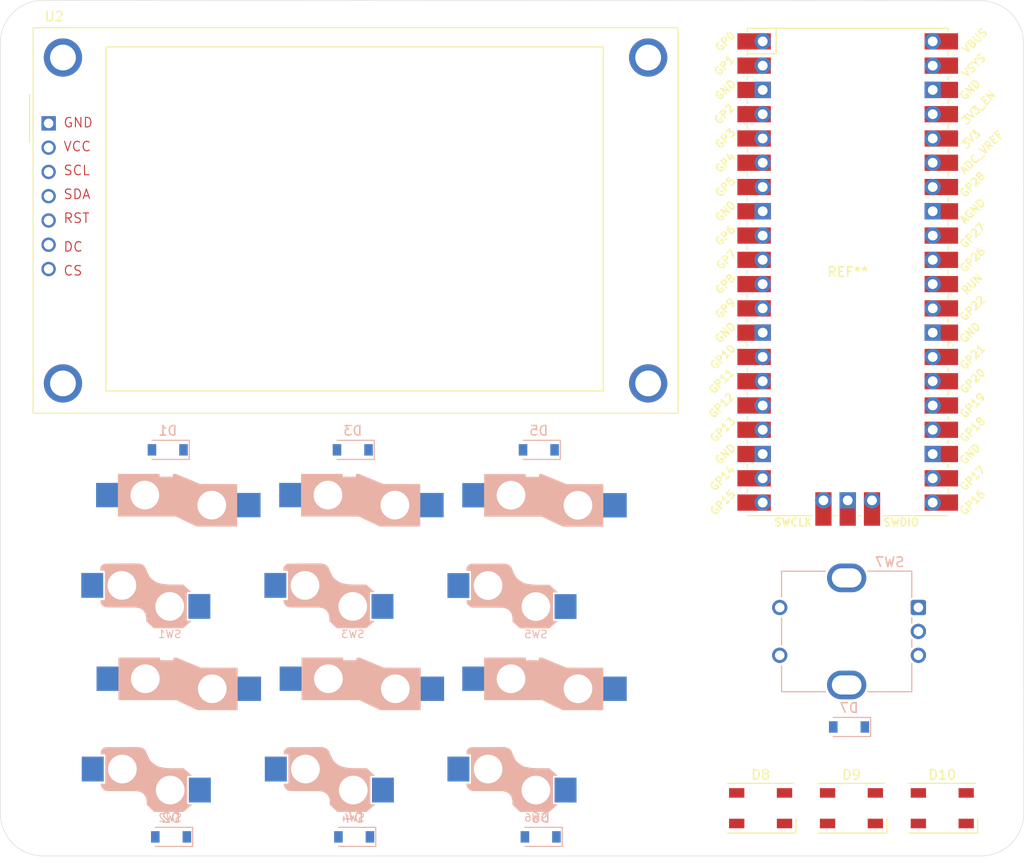
<source format=kicad_pcb>
(kicad_pcb (version 20240108) (generator "pcbnew") (generator_version "8.0")
  (layers (0 "F.Cu" signal) (31 "B.Cu" signal) (34 "B.Paste" user) (35 "F.Paste" user) (36 "B.SilkS" user "B.Silkscreen") (37 "F.SilkS" user "F.Silkscreen") (38 "B.Mask" user) (39 "F.Mask" user) (44 "Edge.Cuts" user))
  (net 0 "")
  (net 1 "Cal0")
  (net 2 "Net-(D1-A)")
  (net 3 "Net-(D2-A)")
  (net 4 "Net-(D3-A)")
  (net 5 "Net-(D4-A)")
  (net 6 "Cal1")
  (net 7 "Net-(D5-A)")
  (net 8 "Net-(D6-A)")
  (net 9 "Row0")
  (net 10 "Row1")
  (net 11 "Row2")
  (net 12 "Row3")
  (net 13 "Net-(D7-A)")
  (net 14 "RE_B")
  (net 15 "GND")
  (net 16 "RE_A")
  (net 17 "DC")
  (net 18 "RST")
  (net 19 "SCL")
  (net 20 "3V3 Out")
  (net 21 "SDA")
  (net 22 "Net-(D8-A)")
  (net 23 "Net-(D9-A)")
  (net 24 "Net-(D10-A)")
  (footprint "kbd:LED_WS2812B-PLCC4" (layer "F.Cu") (at 186 108)
    (property "Reference" "D10" (at 0 -3.5 0) (layer "F.SilkS"))
    (property "Value" "LED")
    (fp_line (start -3.5 -2.6) (end 3.5 -2.6) (stroke (width 0.12)) (layer "F.SilkS"))
    (fp_line (start -3.5 2.6) (end 3.7 2.6) (stroke (width 0.12)) (layer "F.SilkS"))
    (fp_line (start 3.7 2.6) (end 3.7 1.107491) (stroke (width 0.12)) (layer "F.SilkS"))
    (pad "1" smd rect (at -2.5 -1.6) (size 1.6 1) (layers "F.Cu" "F.Paste" "F.Mask") (net 15 "GND"))
    (pad "2" smd rect (at -2.5 1.6) (size 1.6 1) (layers "F.Cu" "F.Paste" "F.Mask") (net 24 "Net-(D10-A)"))
    (pad "3" smd rect (at 2.5 1.6) (size 1.6 1) (layers "F.Cu" "F.Paste" "F.Mask"))
    (pad "4" smd rect (at 2.5 -1.6) (size 1.6 1) (layers "F.Cu" "F.Paste" "F.Mask"))
  )
  (footprint "KiCAD_RP_Pico:RPi_Pico_SMD_TH" (layer "F.Cu") (at 176.11 51.89)
    (property "Reference" "REF**" (at 0 0 0) (layer "F.SilkS"))
    (property "Value" "RPi_Pico_SMD_TH")
    (fp_line (start -10.5 -25.5) (end -10.5 -25.2) (stroke (width 0.12)) (layer "F.SilkS"))
    (fp_line (start -10.5 -25.5) (end 10.5 -25.5) (stroke (width 0.12)) (layer "F.SilkS"))
    (fp_line (start -10.5 -23.1) (end -10.5 -22.7) (stroke (width 0.12)) (layer "F.SilkS"))
    (fp_line (start -10.5 -22.833) (end -7.493 -22.833) (stroke (width 0.12)) (layer "F.SilkS"))
    (fp_line (start -10.5 -20.5) (end -10.5 -20.1) (stroke (width 0.12)) (layer "F.SilkS"))
    (fp_line (start -10.5 -18) (end -10.5 -17.6) (stroke (width 0.12)) (layer "F.SilkS"))
    (fp_line (start -10.5 -15.4) (end -10.5 -15) (stroke (width 0.12)) (layer "F.SilkS"))
    (fp_line (start -10.5 -12.9) (end -10.5 -12.5) (stroke (width 0.12)) (layer "F.SilkS"))
    (fp_line (start -10.5 -10.4) (end -10.5 -10) (stroke (width 0.12)) (layer "F.SilkS"))
    (fp_line (start -10.5 -7.8) (end -10.5 -7.4) (stroke (width 0.12)) (layer "F.SilkS"))
    (fp_line (start -10.5 -5.3) (end -10.5 -4.9) (stroke (width 0.12)) (layer "F.SilkS"))
    (fp_line (start -10.5 -2.7) (end -10.5 -2.3) (stroke (width 0.12)) (layer "F.SilkS"))
    (fp_line (start -10.5 -0.2) (end -10.5 0.2) (stroke (width 0.12)) (layer "F.SilkS"))
    (fp_line (start -10.5 2.3) (end -10.5 2.7) (stroke (width 0.12)) (layer "F.SilkS"))
    (fp_line (start -10.5 4.9) (end -10.5 5.3) (stroke (width 0.12)) (layer "F.SilkS"))
    (fp_line (start -10.5 7.4) (end -10.5 7.8) (stroke (width 0.12)) (layer "F.SilkS"))
    (fp_line (start -10.5 10) (end -10.5 10.4) (stroke (width 0.12)) (layer "F.SilkS"))
    (fp_line (start -10.5 12.5) (end -10.5 12.9) (stroke (width 0.12)) (layer "F.SilkS"))
    (fp_line (start -10.5 15.1) (end -10.5 15.5) (stroke (width 0.12)) (layer "F.SilkS"))
    (fp_line (start -10.5 17.6) (end -10.5 18) (stroke (width 0.12)) (layer "F.SilkS"))
    (fp_line (start -10.5 20.1) (end -10.5 20.5) (stroke (width 0.12)) (layer "F.SilkS"))
    (fp_line (start -10.5 22.7) (end -10.5 23.1) (stroke (width 0.12)) (layer "F.SilkS"))
    (fp_line (start -7.493 -22.833) (end -7.493 -25.5) (stroke (width 0.12)) (layer "F.SilkS"))
    (fp_line (start -3.7 25.5) (end -10.5 25.5) (stroke (width 0.12)) (layer "F.SilkS"))
    (fp_line (start -1.5 25.5) (end -1.1 25.5) (stroke (width 0.12)) (layer "F.SilkS"))
    (fp_line (start 1.1 25.5) (end 1.5 25.5) (stroke (width 0.12)) (layer "F.SilkS"))
    (fp_line (start 10.5 -25.5) (end 10.5 -25.2) (stroke (width 0.12)) (layer "F.SilkS"))
    (fp_line (start 10.5 -23.1) (end 10.5 -22.7) (stroke (width 0.12)) (layer "F.SilkS"))
    (fp_line (start 10.5 -20.5) (end 10.5 -20.1) (stroke (width 0.12)) (layer "F.SilkS"))
    (fp_line (start 10.5 -18) (end 10.5 -17.6) (stroke (width 0.12)) (layer "F.SilkS"))
    (fp_line (start 10.5 -15.4) (end 10.5 -15) (stroke (width 0.12)) (layer "F.SilkS"))
    (fp_line (start 10.5 -12.9) (end 10.5 -12.5) (stroke (width 0.12)) (layer "F.SilkS"))
    (fp_line (start 10.5 -10.4) (end 10.5 -10) (stroke (width 0.12)) (layer "F.SilkS"))
    (fp_line (start 10.5 -7.8) (end 10.5 -7.4) (stroke (width 0.12)) (layer "F.SilkS"))
    (fp_line (start 10.5 -5.3) (end 10.5 -4.9) (stroke (width 0.12)) (layer "F.SilkS"))
    (fp_line (start 10.5 -2.7) (end 10.5 -2.3) (stroke (width 0.12)) (layer "F.SilkS"))
    (fp_line (start 10.5 -0.2) (end 10.5 0.2) (stroke (width 0.12)) (layer "F.SilkS"))
    (fp_line (start 10.5 2.3) (end 10.5 2.7) (stroke (width 0.12)) (layer "F.SilkS"))
    (fp_line (start 10.5 4.9) (end 10.5 5.3) (stroke (width 0.12)) (layer "F.SilkS"))
    (fp_line (start 10.5 7.4) (end 10.5 7.8) (stroke (width 0.12)) (layer "F.SilkS"))
    (fp_line (start 10.5 10) (end 10.5 10.4) (stroke (width 0.12)) (layer "F.SilkS"))
    (fp_line (start 10.5 12.5) (end 10.5 12.9) (stroke (width 0.12)) (layer "F.SilkS"))
    (fp_line (start 10.5 15.1) (end 10.5 15.5) (stroke (width 0.12)) (layer "F.SilkS"))
    (fp_line (start 10.5 17.6) (end 10.5 18) (stroke (width 0.12)) (layer "F.SilkS"))
    (fp_line (start 10.5 20.1) (end 10.5 20.5) (stroke (width 0.12)) (layer "F.SilkS"))
    (fp_line (start 10.5 22.7) (end 10.5 23.1) (stroke (width 0.12)) (layer "F.SilkS"))
    (fp_line (start 10.5 25.5) (end 3.7 25.5) (stroke (width 0.12)) (layer "F.SilkS"))
    (fp_text user "GP5" (at -12.8 -8.89 45) (layer "F.SilkS") (effects (font (size 0.8 0.8))))
    (fp_text user "GP26" (at 13.054 -1.27 45) (layer "F.SilkS") (effects (font (size 0.8 0.8))))
    (fp_text user "GND" (at -12.8 -19.05 45) (layer "F.SilkS") (effects (font (size 0.8 0.8))))
    (fp_text user "GP7" (at -12.7 -1.3 45) (layer "F.SilkS") (effects (font (size 0.8 0.8))))
    (fp_text user "GP18" (at 13.054 16.51 45) (layer "F.SilkS") (effects (font (size 0.8 0.8))))
    (fp_text user "3V3_EN" (at 13.7 -17.2 45) (layer "F.SilkS") (effects (font (size 0.8 0.8))))
    (fp_text user "GP13" (at -13.054 16.51 45) (layer "F.SilkS") (effects (font (size 0.8 0.8))))
    (fp_text user "GP9" (at -12.8 3.81 45) (layer "F.SilkS") (effects (font (size 0.8 0.8))))
    (fp_text user "GP21" (at 13.054 8.9 45) (layer "F.SilkS") (effects (font (size 0.8 0.8))))
    (fp_text user "VBUS" (at 13.3 -24.2 45) (layer "F.SilkS") (effects (font (size 0.8 0.8))))
    (fp_text user "SWCLK" (at -5.7 26.2 0) (layer "F.SilkS") (effects (font (size 0.8 0.8))))
    (fp_text user "GND" (at 12.8 6.35 45) (layer "F.SilkS") (effects (font (size 0.8 0.8))))
    (fp_text user "GP17" (at 13.054 21.59 45) (layer "F.SilkS") (effects (font (size 0.8 0.8))))
    (fp_text user "3V3" (at 12.9 -13.9 45) (layer "F.SilkS") (effects (font (size 0.8 0.8))))
    (fp_text user "GP6" (at -12.8 -3.81 45) (layer "F.SilkS") (effects (font (size 0.8 0.8))))
    (fp_text user "GP12" (at -13.2 13.97 45) (layer "F.SilkS") (effects (font (size 0.8 0.8))))
    (fp_text user "GP20" (at 13.054 11.43 45) (layer "F.SilkS") (effects (font (size 0.8 0.8))))
    (fp_text user "GP22" (at 13.054 3.81 45) (layer "F.SilkS") (effects (font (size 0.8 0.8))))
    (fp_text user "GP28" (at 13.054 -9.144 45) (layer "F.SilkS") (effects (font (size 0.8 0.8))))
    (fp_text user "GP27" (at 13.054 -3.8 45) (layer "F.SilkS") (effects (font (size 0.8 0.8))))
    (fp_text user "ADC_VREF" (at 14 -12.5 45) (layer "F.SilkS") (effects (font (size 0.8 0.8))))
    (fp_text user "GP11" (at -13.2 11.43 45) (layer "F.SilkS") (effects (font (size 0.8 0.8))))
    (fp_text user "GP1" (at -12.9 -21.6 45) (layer "F.SilkS") (effects (font (size 0.8 0.8))))
    (fp_text user "GND" (at -12.8 6.35 45) (layer "F.SilkS") (effects (font (size 0.8 0.8))))
    (fp_text user "GP2" (at -12.9 -16.51 45) (layer "F.SilkS") (effects (font (size 0.8 0.8))))
    (fp_text user "AGND" (at 13.054 -6.35 45) (layer "F.SilkS") (effects (font (size 0.8 0.8))))
    (fp_text user "GP14" (at -13.1 21.59 45) (layer "F.SilkS") (effects (font (size 0.8 0.8))))
    (fp_text user "GP10" (at -13.054 8.89 45) (layer "F.SilkS") (effects (font (size 0.8 0.8))))
    (fp_text user "GND" (at 12.8 -19.05 45) (layer "F.SilkS") (effects (font (size 0.8 0.8))))
    (fp_text user "GP4" (at -12.8 -11.43 45) (layer "F.SilkS") (effects (font (size 0.8 0.8))))
    (fp_text user "GP8" (at -12.8 1.27 45) (layer "F.SilkS") (effects (font (size 0.8 0.8))))
    (fp_text user "GP15" (at -13.054 24.13 45) (layer "F.SilkS") (effects (font (size 0.8 0.8))))
    (fp_text user "SWDIO" (at 5.6 26.2 0) (layer "F.SilkS") (effects (font (size 0.8 0.8))))
    (fp_text user "GND" (at -12.8 19.05 45) (layer "F.SilkS") (effects (font (size 0.8 0.8))))
    (fp_text user "GP19" (at 13.054 13.97 45) (layer "F.SilkS") (effects (font (size 0.8 0.8))))
    (fp_text user "VSYS" (at 13.2 -21.59 45) (layer "F.SilkS") (effects (font (size 0.8 0.8))))
    (fp_text user "GP16" (at 13.054 24.13 45) (layer "F.SilkS") (effects (font (size 0.8 0.8))))
    (fp_text user "GP3" (at -12.8 -13.97 45) (layer "F.SilkS") (effects (font (size 0.8 0.8))))
    (fp_text user "RUN" (at 13 1.27 45) (layer "F.SilkS") (effects (font (size 0.8 0.8))))
    (fp_text user "GP0" (at -12.8 -24.13 45) (layer "F.SilkS") (effects (font (size 0.8 0.8))))
    (fp_text user "GND" (at 12.8 19.05 45) (layer "F.SilkS") (effects (font (size 0.8 0.8))))
    (fp_text user "GND" (at -12.8 -6.35 45) (layer "F.SilkS") (effects (font (size 0.8 0.8))))
    (pad "" np_thru_hole oval (at -2.725 -24) (size 1.8 1.8) (drill 1.8) (layers "*.Cu" "*.Mask"))
    (pad "" np_thru_hole oval (at -2.425 -20.97) (size 1.5 1.5) (drill 1.5) (layers "*.Cu" "*.Mask"))
    (pad "" np_thru_hole oval (at 2.425 -20.97) (size 1.5 1.5) (drill 1.5) (layers "*.Cu" "*.Mask"))
    (pad "" np_thru_hole oval (at 2.725 -24) (size 1.8 1.8) (drill 1.8) (layers "*.Cu" "*.Mask"))
    (pad "1" thru_hole oval (at -8.89 -24.13) (size 1.7 1.7) (drill 1.02) (layers "*.Cu" "*.Mask"))
    (pad "1" smd rect (at -8.89 -24.13) (size 3.5 1.7) (drill (offset -0.9 0)) (layers "F.Cu" "F.Mask"))
    (pad "2" thru_hole oval (at -8.89 -21.59) (size 1.7 1.7) (drill 1.02) (layers "*.Cu" "*.Mask"))
    (pad "2" smd rect (at -8.89 -21.59) (size 3.5 1.7) (drill (offset -0.9 0)) (layers "F.Cu" "F.Mask"))
    (pad "3" thru_hole rect (at -8.89 -19.05) (size 1.7 1.7) (drill 1.02) (layers "*.Cu" "*.Mask"))
    (pad "3" smd rect (at -8.89 -19.05) (size 3.5 1.7) (drill (offset -0.9 0)) (layers "F.Cu" "F.Mask"))
    (pad "4" thru_hole oval (at -8.89 -16.51) (size 1.7 1.7) (drill 1.02) (layers "*.Cu" "*.Mask"))
    (pad "4" smd rect (at -8.89 -16.51) (size 3.5 1.7) (drill (offset -0.9 0)) (layers "F.Cu" "F.Mask"))
    (pad "5" thru_hole oval (at -8.89 -13.97) (size 1.7 1.7) (drill 1.02) (layers "*.Cu" "*.Mask"))
    (pad "5" smd rect (at -8.89 -13.97) (size 3.5 1.7) (drill (offset -0.9 0)) (layers "F.Cu" "F.Mask"))
    (pad "6" thru_hole oval (at -8.89 -11.43) (size 1.7 1.7) (drill 1.02) (layers "*.Cu" "*.Mask"))
    (pad "6" smd rect (at -8.89 -11.43) (size 3.5 1.7) (drill (offset -0.9 0)) (layers "F.Cu" "F.Mask"))
    (pad "7" thru_hole oval (at -8.89 -8.89) (size 1.7 1.7) (drill 1.02) (layers "*.Cu" "*.Mask"))
    (pad "7" smd rect (at -8.89 -8.89) (size 3.5 1.7) (drill (offset -0.9 0)) (layers "F.Cu" "F.Mask"))
    (pad "8" thru_hole rect (at -8.89 -6.35) (size 1.7 1.7) (drill 1.02) (layers "*.Cu" "*.Mask"))
    (pad "8" smd rect (at -8.89 -6.35) (size 3.5 1.7) (drill (offset -0.9 0)) (layers "F.Cu" "F.Mask"))
    (pad "9" thru_hole oval (at -8.89 -3.81) (size 1.7 1.7) (drill 1.02) (layers "*.Cu" "*.Mask"))
    (pad "9" smd rect (at -8.89 -3.81) (size 3.5 1.7) (drill (offset -0.9 0)) (layers "F.Cu" "F.Mask"))
    (pad "10" thru_hole oval (at -8.89 -1.27) (size 1.7 1.7) (drill 1.02) (layers "*.Cu" "*.Mask"))
    (pad "10" smd rect (at -8.89 -1.27) (size 3.5 1.7) (drill (offset -0.9 0)) (layers "F.Cu" "F.Mask"))
    (pad "11" thru_hole oval (at -8.89 1.27) (size 1.7 1.7) (drill 1.02) (layers "*.Cu" "*.Mask"))
    (pad "11" smd rect (at -8.89 1.27) (size 3.5 1.7) (drill (offset -0.9 0)) (layers "F.Cu" "F.Mask"))
    (pad "12" thru_hole oval (at -8.89 3.81) (size 1.7 1.7) (drill 1.02) (layers "*.Cu" "*.Mask"))
    (pad "12" smd rect (at -8.89 3.81) (size 3.5 1.7) (drill (offset -0.9 0)) (layers "F.Cu" "F.Mask"))
    (pad "13" thru_hole rect (at -8.89 6.35) (size 1.7 1.7) (drill 1.02) (layers "*.Cu" "*.Mask"))
    (pad "13" smd rect (at -8.89 6.35) (size 3.5 1.7) (drill (offset -0.9 0)) (layers "F.Cu" "F.Mask"))
    (pad "14" thru_hole oval (at -8.89 8.89) (size 1.7 1.7) (drill 1.02) (layers "*.Cu" "*.Mask"))
    (pad "14" smd rect (at -8.89 8.89) (size 3.5 1.7) (drill (offset -0.9 0)) (layers "F.Cu" "F.Mask"))
    (pad "15" thru_hole oval (at -8.89 11.43) (size 1.7 1.7) (drill 1.02) (layers "*.Cu" "*.Mask"))
    (pad "15" smd rect (at -8.89 11.43) (size 3.5 1.7) (drill (offset -0.9 0)) (layers "F.Cu" "F.Mask"))
    (pad "16" thru_hole oval (at -8.89 13.97) (size 1.7 1.7) (drill 1.02) (layers "*.Cu" "*.Mask"))
    (pad "16" smd rect (at -8.89 13.97) (size 3.5 1.7) (drill (offset -0.9 0)) (layers "F.Cu" "F.Mask"))
    (pad "17" thru_hole oval (at -8.89 16.51) (size 1.7 1.7) (drill 1.02) (layers "*.Cu" "*.Mask"))
    (pad "17" smd rect (at -8.89 16.51) (size 3.5 1.7) (drill (offset -0.9 0)) (layers "F.Cu" "F.Mask"))
    (pad "18" thru_hole rect (at -8.89 19.05) (size 1.7 1.7) (drill 1.02) (layers "*.Cu" "*.Mask"))
    (pad "18" smd rect (at -8.89 19.05) (size 3.5 1.7) (drill (offset -0.9 0)) (layers "F.Cu" "F.Mask"))
    (pad "19" thru_hole oval (at -8.89 21.59) (size 1.7 1.7) (drill 1.02) (layers "*.Cu" "*.Mask"))
    (pad "19" smd rect (at -8.89 21.59) (size 3.5 1.7) (drill (offset -0.9 0)) (layers "F.Cu" "F.Mask"))
    (pad "20" thru_hole oval (at -8.89 24.13) (size 1.7 1.7) (drill 1.02) (layers "*.Cu" "*.Mask"))
    (pad "20" smd rect (at -8.89 24.13) (size 3.5 1.7) (drill (offset -0.9 0)) (layers "F.Cu" "F.Mask"))
    (pad "21" thru_hole oval (at 8.89 24.13) (size 1.7 1.7) (drill 1.02) (layers "*.Cu" "*.Mask"))
    (pad "21" smd rect (at 8.89 24.13) (size 3.5 1.7) (drill (offset 0.9 0)) (layers "F.Cu" "F.Mask"))
    (pad "22" thru_hole oval (at 8.89 21.59) (size 1.7 1.7) (drill 1.02) (layers "*.Cu" "*.Mask"))
    (pad "22" smd rect (at 8.89 21.59) (size 3.5 1.7) (drill (offset 0.9 0)) (layers "F.Cu" "F.Mask"))
    (pad "23" thru_hole rect (at 8.89 19.05) (size 1.7 1.7) (drill 1.02) (layers "*.Cu" "*.Mask"))
    (pad "23" smd rect (at 8.89 19.05) (size 3.5 1.7) (drill (offset 0.9 0)) (layers "F.Cu" "F.Mask"))
    (pad "24" thru_hole oval (at 8.89 16.51) (size 1.7 1.7) (drill 1.02) (layers "*.Cu" "*.Mask"))
    (pad "24" smd rect (at 8.89 16.51) (size 3.5 1.7) (drill (offset 0.9 0)) (layers "F.Cu" "F.Mask"))
    (pad "25" thru_hole oval (at 8.89 13.97) (size 1.7 1.7) (drill 1.02) (layers "*.Cu" "*.Mask"))
    (pad "25" smd rect (at 8.89 13.97) (size 3.5 1.7) (drill (offset 0.9 0)) (layers "F.Cu" "F.Mask"))
    (pad "26" thru_hole oval (at 8.89 11.43) (size 1.7 1.7) (drill 1.02) (layers "*.Cu" "*.Mask"))
    (pad "26" smd rect (at 8.89 11.43) (size 3.5 1.7) (drill (offset 0.9 0)) (layers "F.Cu" "F.Mask"))
    (pad "27" thru_hole oval (at 8.89 8.89) (size 1.7 1.7) (drill 1.02) (layers "*.Cu" "*.Mask"))
    (pad "27" smd rect (at 8.89 8.89) (size 3.5 1.7) (drill (offset 0.9 0)) (layers "F.Cu" "F.Mask"))
    (pad "28" thru_hole rect (at 8.89 6.35) (size 1.7 1.7) (drill 1.02) (layers "*.Cu" "*.Mask"))
    (pad "28" smd rect (at 8.89 6.35) (size 3.5 1.7) (drill (offset 0.9 0)) (layers "F.Cu" "F.Mask"))
    (pad "29" thru_hole oval (at 8.89 3.81) (size 1.7 1.7) (drill 1.02) (layers "*.Cu" "*.Mask"))
    (pad "29" smd rect (at 8.89 3.81) (size 3.5 1.7) (drill (offset 0.9 0)) (layers "F.Cu" "F.Mask"))
    (pad "30" thru_hole oval (at 8.89 1.27) (size 1.7 1.7) (drill 1.02) (layers "*.Cu" "*.Mask"))
    (pad "30" smd rect (at 8.89 1.27) (size 3.5 1.7) (drill (offset 0.9 0)) (layers "F.Cu" "F.Mask"))
    (pad "31" thru_hole oval (at 8.89 -1.27) (size 1.7 1.7) (drill 1.02) (layers "*.Cu" "*.Mask"))
    (pad "31" smd rect (at 8.89 -1.27) (size 3.5 1.7) (drill (offset 0.9 0)) (layers "F.Cu" "F.Mask"))
    (pad "32" thru_hole oval (at 8.89 -3.81) (size 1.7 1.7) (drill 1.02) (layers "*.Cu" "*.Mask"))
    (pad "32" smd rect (at 8.89 -3.81) (size 3.5 1.7) (drill (offset 0.9 0)) (layers "F.Cu" "F.Mask"))
    (pad "33" thru_hole rect (at 8.89 -6.35) (size 1.7 1.7) (drill 1.02) (layers "*.Cu" "*.Mask"))
    (pad "33" smd rect (at 8.89 -6.35) (size 3.5 1.7) (drill (offset 0.9 0)) (layers "F.Cu" "F.Mask"))
    (pad "34" thru_hole oval (at 8.89 -8.89) (size 1.7 1.7) (drill 1.02) (layers "*.Cu" "*.Mask"))
    (pad "34" smd rect (at 8.89 -8.89) (size 3.5 1.7) (drill (offset 0.9 0)) (layers "F.Cu" "F.Mask"))
    (pad "35" thru_hole oval (at 8.89 -11.43) (size 1.7 1.7) (drill 1.02) (layers "*.Cu" "*.Mask"))
    (pad "35" smd rect (at 8.89 -11.43) (size 3.5 1.7) (drill (offset 0.9 0)) (layers "F.Cu" "F.Mask"))
    (pad "36" thru_hole oval (at 8.89 -13.97) (size 1.7 1.7) (drill 1.02) (layers "*.Cu" "*.Mask"))
    (pad "36" smd rect (at 8.89 -13.97) (size 3.5 1.7) (drill (offset 0.9 0)) (layers "F.Cu" "F.Mask"))
    (pad "37" thru_hole oval (at 8.89 -16.51) (size 1.7 1.7) (drill 1.02) (layers "*.Cu" "*.Mask"))
    (pad "37" smd rect (at 8.89 -16.51) (size 3.5 1.7) (drill (offset 0.9 0)) (layers "F.Cu" "F.Mask"))
    (pad "38" thru_hole rect (at 8.89 -19.05) (size 1.7 1.7) (drill 1.02) (layers "*.Cu" "*.Mask"))
    (pad "38" smd rect (at 8.89 -19.05) (size 3.5 1.7) (drill (offset 0.9 0)) (layers "F.Cu" "F.Mask"))
    (pad "39" thru_hole oval (at 8.89 -21.59) (size 1.7 1.7) (drill 1.02) (layers "*.Cu" "*.Mask"))
    (pad "39" smd rect (at 8.89 -21.59) (size 3.5 1.7) (drill (offset 0.9 0)) (layers "F.Cu" "F.Mask"))
    (pad "40" thru_hole oval (at 8.89 -24.13) (size 1.7 1.7) (drill 1.02) (layers "*.Cu" "*.Mask"))
    (pad "40" smd rect (at 8.89 -24.13) (size 3.5 1.7) (drill (offset 0.9 0)) (layers "F.Cu" "F.Mask"))
    (pad "41" thru_hole oval (at -2.54 23.9) (size 1.7 1.7) (drill 1.02) (layers "*.Cu" "*.Mask"))
    (pad "41" smd rect (at -2.54 23.9 90) (size 3.5 1.7) (drill (offset -0.9 0)) (layers "F.Cu" "F.Mask"))
    (pad "42" thru_hole rect (at 0 23.9) (size 1.7 1.7) (drill 1.02) (layers "*.Cu" "*.Mask"))
    (pad "42" smd rect (at 0 23.9 90) (size 3.5 1.7) (drill (offset -0.9 0)) (layers "F.Cu" "F.Mask"))
    (pad "43" thru_hole oval (at 2.54 23.9) (size 1.7 1.7) (drill 1.02) (layers "*.Cu" "*.Mask"))
    (pad "43" smd rect (at 2.54 23.9 90) (size 3.5 1.7) (drill (offset -0.9 0)) (layers "F.Cu" "F.Mask"))
  )
  (footprint "ST7789v_Library:ST7789V" (layer "F.Cu") (at 92.5425 36.34)
    (property "Reference" "U2" (at 0.59 -11.18 0) (layer "F.SilkS"))
    (property "Value" "LCD")
    (fp_line (start -2 -3) (end -2 2) (stroke (width 0.12)) (layer "F.SilkS"))
    (fp_line (start -1.62 -10.01) (end 65.82 -10.01) (stroke (width 0.12)) (layer "F.SilkS"))
    (fp_line (start -1.62 30.33) (end -1.62 -10.01) (stroke (width 0.12)) (layer "F.SilkS"))
    (fp_line (start 6 -8) (end 58 -8) (stroke (width 0.12)) (layer "F.SilkS"))
    (fp_line (start 6 28) (end 6 -8) (stroke (width 0.12)) (layer "F.SilkS"))
    (fp_line (start 58 -8) (end 58 28) (stroke (width 0.12)) (layer "F.SilkS"))
    (fp_line (start 58 28) (end 6 28) (stroke (width 0.12)) (layer "F.SilkS"))
    (fp_line (start 65.82 -10.01) (end 65.82 30.33) (stroke (width 0.12)) (layer "F.SilkS"))
    (fp_line (start 65.82 30.33) (end -1.62 30.33) (stroke (width 0.12)) (layer "F.SilkS"))
    (fp_text user "GND" (at 1.5 0.5 0) (layer "F.Cu") (effects (font (thickness 0.1)) (justify left bottom)))
    (fp_text user "CS" (at 1.5 16 0) (layer "F.Cu") (effects (font (thickness 0.1)) (justify left bottom)))
    (fp_text user "RST" (at 1.5 10.5 0) (layer "F.Cu") (effects (font (thickness 0.1)) (justify left bottom)))
    (fp_text user "VCC" (at 1.5 3 0) (layer "F.Cu") (effects (font (thickness 0.1)) (justify left bottom)))
    (fp_text user "DC" (at 1.5 13.5 0) (layer "F.Cu") (effects (font (thickness 0.1)) (justify left bottom)))
    (fp_text user "SDA" (at 1.5 8 0) (layer "F.Cu") (effects (font (thickness 0.1)) (justify left bottom)))
    (fp_text user "SCL" (at 1.5 5.5 0) (layer "F.Cu") (effects (font (thickness 0.1)) (justify left bottom)))
    (pad "" thru_hole circle (at 1.5 -6.89) (size 4 4) (drill 2.7) (layers "*.Cu" "*.Mask"))
    (pad "" thru_hole circle (at 1.5 27.21) (size 4 4) (drill 2.7) (layers "*.Cu" "*.Mask"))
    (pad "" thru_hole circle (at 62.7 -6.89) (size 4 4) (drill 2.7) (layers "*.Cu" "*.Mask"))
    (pad "" thru_hole circle (at 62.7 27.21) (size 4 4) (drill 2.7) (layers "*.Cu" "*.Mask"))
    (pad "1" thru_hole rect (at 0 0) (size 1.5 1.5) (drill 1) (layers "*.Cu" "*.Mask") (net 17 "DC"))
    (pad "2" thru_hole circle (at 0 2.54) (size 1.5 1.5) (drill 1) (layers "*.Cu" "*.Mask") (net 18 "RST"))
    (pad "3" thru_hole circle (at 0 5.08) (size 1.5 1.5) (drill 1) (layers "*.Cu" "*.Mask") (net 21 "SDA"))
    (pad "4" thru_hole circle (at 0 7.62) (size 1.5 1.5) (drill 1) (layers "*.Cu" "*.Mask") (net 19 "SCL"))
    (pad "5" thru_hole circle (at 0 10.16) (size 1.5 1.5) (drill 1) (layers "*.Cu" "*.Mask") (net 20 "3V3 Out"))
    (pad "6" thru_hole circle (at 0 12.7) (size 1.5 1.5) (drill 1) (layers "*.Cu" "*.Mask") (net 15 "GND"))
    (pad "7" thru_hole circle (at 0 15.24) (size 1.5 1.5) (drill 1) (layers "*.Cu" "*.Mask"))
  )
  (footprint "kbd:LED_WS2812B-PLCC4" (layer "F.Cu") (at 167 108)
    (property "Reference" "D8" (at 0 -3.5 0) (layer "F.SilkS"))
    (property "Value" "LED")
    (fp_line (start -3.5 -2.6) (end 3.5 -2.6) (stroke (width 0.12)) (layer "F.SilkS"))
    (fp_line (start -3.5 2.6) (end 3.7 2.6) (stroke (width 0.12)) (layer "F.SilkS"))
    (fp_line (start 3.7 2.6) (end 3.7 1.107491) (stroke (width 0.12)) (layer "F.SilkS"))
    (pad "1" smd rect (at -2.5 -1.6) (size 1.6 1) (layers "F.Cu" "F.Paste" "F.Mask") (net 15 "GND"))
    (pad "2" smd rect (at -2.5 1.6) (size 1.6 1) (layers "F.Cu" "F.Paste" "F.Mask") (net 22 "Net-(D8-A)"))
    (pad "3" smd rect (at 2.5 1.6) (size 1.6 1) (layers "F.Cu" "F.Paste" "F.Mask"))
    (pad "4" smd rect (at 2.5 -1.6) (size 1.6 1) (layers "F.Cu" "F.Paste" "F.Mask"))
  )
  (footprint "kbd:LED_WS2812B-PLCC4" (layer "F.Cu") (at 176.5 108)
    (property "Reference" "D9" (at 0 -3.5 0) (layer "F.SilkS"))
    (property "Value" "LED")
    (fp_line (start -3.5 -2.6) (end 3.5 -2.6) (stroke (width 0.12)) (layer "F.SilkS"))
    (fp_line (start -3.5 2.6) (end 3.7 2.6) (stroke (width 0.12)) (layer "F.SilkS"))
    (fp_line (start 3.7 2.6) (end 3.7 1.107491) (stroke (width 0.12)) (layer "F.SilkS"))
    (pad "1" smd rect (at -2.5 -1.6) (size 1.6 1) (layers "F.Cu" "F.Paste" "F.Mask") (net 15 "GND"))
    (pad "2" smd rect (at -2.5 1.6) (size 1.6 1) (layers "F.Cu" "F.Paste" "F.Mask") (net 23 "Net-(D9-A)"))
    (pad "3" smd rect (at 2.5 1.6) (size 1.6 1) (layers "F.Cu" "F.Paste" "F.Mask"))
    (pad "4" smd rect (at 2.5 -1.6) (size 1.6 1) (layers "F.Cu" "F.Paste" "F.Mask"))
  )
  (footprint "kbd:keyswitch_choc12_gateron_low_profile_hotswap_1u_no_led" (layer "B.Cu") (at 143.5 81 180)
    (property "Reference" "SW5" (at 0 -8.8 0) (layer "B.SilkS") (effects (font (size 0.8 0.8) (thickness 0.1) (bold yes)) (justify mirror)))
    (property "Value" "SW_PUSH" (hide yes))
    (fp_poly (pts (xy 5.366 3.556989) (xy -0.637 3.556989) (xy -2.83 2.506989) (xy -7.004 2.506989) (xy -7.004 6.855416) (xy -3.178 6.866989) (xy -0.637 7.916989) (xy -0.376 7.916989) (xy -0.376 7.631989) (xy 1.103 7.631989) (xy 1.103 7.916989) (xy 5.366 7.916989)) (stroke (width 0.1)) (fill solid) (layer "B.SilkS"))
    (fp_poly (pts (xy 1.8 -3.14) (xy 2.11 -2.86) (xy 2.34 -2.42) (xy 2.48 -2.11) (xy 2.59 -1.83) (xy 2.76 -1.64) (xy 2.94 -1.53) (xy 3.27 -1.45) (xy 6.52 -1.46) (xy 6.83 -1.48) (xy 7.04 -1.6) (xy 7.19 -1.81) (xy 7.22 -2.12) (xy 6.74 -2.12) (xy 6.74 -5.28) (xy 7.22 -5.29) (xy 7.14 -5.6) (xy 6.98 -5.8) (xy 6.77 -5.93) (xy 6.48 -5.96) (xy 3.48 -5.97) (xy 3.05 -6.07) (xy 2.74 -6.28) (xy 2.5 -6.62) (xy 2.41 -7.04) (xy 2.4 -7.43) (xy 1.65 -8.14) (xy -1.38 -8.14) (xy -2.2 -7.43) (xy -1.74 -7.43) (xy -1.74 -4.37) (xy -2.18 -4.37) (xy -1.39 -3.66) (xy 0.02 -3.66) (xy 0.48 -3.63) (xy 0.85 -3.57) (xy 1.2 -3.5) (xy 1.53 -3.33)) (stroke (width 0.1)) (fill solid) (layer "B.SilkS"))
    (pad "" np_thru_hole circle (at -5.5 0 270) (size 1.9 1.9) (drill 1.9) (layers "F&B.Cu" "*.Mask"))
    (pad "" np_thru_hole circle (at -4.4 4.7 270) (size 3 3) (drill 3) (layers "F&B.Cu" "*.Mask"))
    (pad "" np_thru_hole circle (at 0 -5.9 270) (size 3 3) (drill 3) (layers "*.Cu" "*.Mask"))
    (pad "" np_thru_hole circle (at 0 0 270) (size 5.1 5.1) (drill 5.1) (layers "F&B.Cu" "*.Mask"))
    (pad "" np_thru_hole circle (at 2.6 5.75 270) (size 3 3) (drill 3) (layers "F&B.Cu" "*.Mask"))
    (pad "" np_thru_hole circle (at 5 -3.7 270) (size 3 3) (drill 3) (layers "*.Cu" "*.Mask"))
    (pad "" np_thru_hole circle (at 5.5 0 270) (size 1.9 1.9) (drill 1.9) (layers "F&B.Cu" "*.Mask"))
    (pad "1" smd rect (at 6.45 5.75 180) (size 2.5 2.55) (layers "B.Cu" "B.Paste" "B.Mask") (net 7 "Net-(D5-A)"))
    (pad "1" smd rect (at 8.1 -3.7) (size 2.3 2.6) (layers "B.Cu" "B.Paste" "B.Mask") (net 7 "Net-(D5-A)"))
    (pad "2" smd rect (at -8.25 4.7 180) (size 2.5 2.55) (layers "B.Cu" "B.Paste" "B.Mask") (net 6 "Cal1"))
    (pad "2" smd rect (at -3.1 -5.9) (size 2.3 2.6) (layers "B.Cu" "B.Paste" "B.Mask") (net 6 "Cal1"))
  )
  (footprint "kbd_parts:D_SOD-123-Pretty" (layer "B.Cu") (at 144 111 180)
    (property "Reference" "D6" (at 0 2 0) (layer "B.SilkS") (effects (justify mirror)))
    (property "Value" "D")
    (fp_line (start 1.65 1) (end -2.25 1) (stroke (width 0.12)) (layer "B.SilkS"))
    (fp_line (start 1.65 -1) (end -2.25 -1) (stroke (width 0.12)) (layer "B.SilkS"))
    (fp_line (start -2.25 -1) (end -2.25 1) (stroke (width 0.12)) (layer "B.SilkS"))
    (pad "1" smd rect (at -1.65 0 180) (size 0.9 1.2) (layers "B.Cu" "B.Paste" "B.Mask") (net 11 "Row2"))
    (pad "2" smd rect (at 1.65 0 180) (size 0.9 1.2) (layers "B.Cu" "B.Paste" "B.Mask") (net 8 "Net-(D6-A)"))
  )
  (footprint "kbd_parts:D_SOD-123-Pretty" (layer "B.Cu") (at 176.25 99.5 180)
    (property "Reference" "D7" (at 0 2 0) (layer "B.SilkS") (effects (justify mirror)))
    (property "Value" "D")
    (fp_line (start 1.65 1) (end -2.25 1) (stroke (width 0.12)) (layer "B.SilkS"))
    (fp_line (start 1.65 -1) (end -2.25 -1) (stroke (width 0.12)) (layer "B.SilkS"))
    (fp_line (start -2.25 -1) (end -2.25 1) (stroke (width 0.12)) (layer "B.SilkS"))
    (pad "1" smd rect (at -1.65 0 180) (size 0.9 1.2) (layers "B.Cu" "B.Paste" "B.Mask") (net 12 "Row3"))
    (pad "2" smd rect (at 1.65 0 180) (size 0.9 1.2) (layers "B.Cu" "B.Paste" "B.Mask") (net 13 "Net-(D7-A)"))
  )
  (footprint "Rotary_Encoder:RotaryEncoder_Bourns_Vertical_PEC12R-3x17F-Sxxxx" (layer "B.Cu") (at 183.5 87 180)
    (property "Reference" "SW7" (at 3 4.75 360) (layer "B.SilkS") (effects (justify mirror)))
    (property "Value" "RotaryEncoder_Switch")
    (fp_line (start 14.31 3.8) (end 9.7 3.8) (stroke (width 0.12)) (layer "B.SilkS"))
    (fp_line (start 14.31 1.1) (end 14.31 3.8) (stroke (width 0.12)) (layer "B.SilkS"))
    (fp_line (start 14.31 -3.9) (end 14.31 -1.1) (stroke (width 0.12)) (layer "B.SilkS"))
    (fp_line (start 14.31 -8.81) (end 14.31 -6.1) (stroke (width 0.12)) (layer "B.SilkS"))
    (fp_line (start 9.7 -8.81) (end 14.31 -8.81) (stroke (width 0.12)) (layer "B.SilkS"))
    (fp_line (start 5.3 3.81) (end 0.69 3.81) (stroke (width 0.12)) (layer "B.SilkS"))
    (fp_line (start 0.69 3.81) (end 0.69 1.05) (stroke (width 0.12)) (layer "B.SilkS"))
    (fp_line (start 0.69 -1.65) (end 0.69 -1.05) (stroke (width 0.12)) (layer "B.SilkS"))
    (fp_line (start 0.69 -4.15) (end 0.69 -3.35) (stroke (width 0.12)) (layer "B.SilkS"))
    (fp_line (start 0.69 -8.81) (end 5.3 -8.81) (stroke (width 0.12)) (layer "B.SilkS"))
    (fp_line (start 0.69 -8.81) (end 0.69 -5.85) (stroke (width 0.12)) (layer "B.SilkS"))
    (pad "A" thru_hole roundrect (at 0 0 180) (size 1.6 1.6) (drill 1) (layers "*.Cu" "*.Mask") (roundrect_rratio 0.15625) (net 16 "RE_A"))
    (pad "B" thru_hole circle (at 0 -5 180) (size 1.6 1.6) (drill 1) (layers "*.Cu" "*.Mask") (net 14 "RE_B"))
    (pad "C" thru_hole circle (at 0 -2.5 180) (size 1.6 1.6) (drill 1) (layers "*.Cu" "*.Mask") (net 15 "GND"))
    (pad "S1" thru_hole circle (at 14.5 0 180) (size 1.6 1.6) (drill 1) (layers "*.Cu" "*.Mask") (net 6 "Cal1"))
    (pad "S2" thru_hole circle (at 14.5 -5 180) (size 1.6 1.6) (drill 1) (layers "*.Cu" "*.Mask") (net 13 "Net-(D7-A)"))
    (pad "SH" thru_hole oval (at 7.5 -8.1 180) (size 4.1 3) (drill oval 3.1 2) (layers "*.Cu" "*.Mask"))
    (pad "SH" thru_hole oval (at 7.5 3.1 180) (size 4.1 3) (drill oval 3.1 2) (layers "*.Cu" "*.Mask"))
  )
  (footprint "kbd:keyswitch_choc12_gateron_low_profile_hotswap_1u_no_led" (layer "B.Cu") (at 124.355617 80.985231 180)
    (property "Reference" "SW3" (at 0 -8.8 0) (layer "B.SilkS") (effects (font (size 0.8 0.8) (thickness 0.1) (bold yes)) (justify mirror)))
    (property "Value" "SW_PUSH" (hide yes))
    (fp_poly (pts (xy 5.366 3.556989) (xy -0.637 3.556989) (xy -2.83 2.506989) (xy -7.004 2.506989) (xy -7.004 6.855416) (xy -3.178 6.866989) (xy -0.637 7.916989) (xy -0.376 7.916989) (xy -0.376 7.631989) (xy 1.103 7.631989) (xy 1.103 7.916989) (xy 5.366 7.916989)) (stroke (width 0.1)) (fill solid) (layer "B.SilkS"))
    (fp_poly (pts (xy 1.8 -3.14) (xy 2.11 -2.86) (xy 2.34 -2.42) (xy 2.48 -2.11) (xy 2.59 -1.83) (xy 2.76 -1.64) (xy 2.94 -1.53) (xy 3.27 -1.45) (xy 6.52 -1.46) (xy 6.83 -1.48) (xy 7.04 -1.6) (xy 7.19 -1.81) (xy 7.22 -2.12) (xy 6.74 -2.12) (xy 6.74 -5.28) (xy 7.22 -5.29) (xy 7.14 -5.6) (xy 6.98 -5.8) (xy 6.77 -5.93) (xy 6.48 -5.96) (xy 3.48 -5.97) (xy 3.05 -6.07) (xy 2.74 -6.28) (xy 2.5 -6.62) (xy 2.41 -7.04) (xy 2.4 -7.43) (xy 1.65 -8.14) (xy -1.38 -8.14) (xy -2.2 -7.43) (xy -1.74 -7.43) (xy -1.74 -4.37) (xy -2.18 -4.37) (xy -1.39 -3.66) (xy 0.02 -3.66) (xy 0.48 -3.63) (xy 0.85 -3.57) (xy 1.2 -3.5) (xy 1.53 -3.33)) (stroke (width 0.1)) (fill solid) (layer "B.SilkS"))
    (pad "" np_thru_hole circle (at -5.5 0 270) (size 1.9 1.9) (drill 1.9) (layers "F&B.Cu" "*.Mask"))
    (pad "" np_thru_hole circle (at -4.4 4.7 270) (size 3 3) (drill 3) (layers "F&B.Cu" "*.Mask"))
    (pad "" np_thru_hole circle (at 0 -5.9 270) (size 3 3) (drill 3) (layers "*.Cu" "*.Mask"))
    (pad "" np_thru_hole circle (at 0 0 270) (size 5.1 5.1) (drill 5.1) (layers "F&B.Cu" "*.Mask"))
    (pad "" np_thru_hole circle (at 2.6 5.75 270) (size 3 3) (drill 3) (layers "F&B.Cu" "*.Mask"))
    (pad "" np_thru_hole circle (at 5 -3.7 270) (size 3 3) (drill 3) (layers "*.Cu" "*.Mask"))
    (pad "" np_thru_hole circle (at 5.5 0 270) (size 1.9 1.9) (drill 1.9) (layers "F&B.Cu" "*.Mask"))
    (pad "1" smd rect (at 6.45 5.75 180) (size 2.5 2.55) (layers "B.Cu" "B.Paste" "B.Mask") (net 4 "Net-(D3-A)"))
    (pad "1" smd rect (at 8.1 -3.7) (size 2.3 2.6) (layers "B.Cu" "B.Paste" "B.Mask") (net 4 "Net-(D3-A)"))
    (pad "2" smd rect (at -8.25 4.7 180) (size 2.5 2.55) (layers "B.Cu" "B.Paste" "B.Mask") (net 1 "Cal0"))
    (pad "2" smd rect (at -3.1 -5.9) (size 2.3 2.6) (layers "B.Cu" "B.Paste" "B.Mask") (net 1 "Cal0"))
  )
  (footprint "kbd:keyswitch_choc12_gateron_low_profile_hotswap_1u_no_led" (layer "B.Cu") (at 143.5 100.2 180)
    (property "Reference" "SW6" (at 0 -8.8 0) (layer "B.SilkS") (effects (font (size 0.8 0.8) (thickness 0.1) (bold yes)) (justify mirror)))
    (property "Value" "SW_PUSH" (hide yes))
    (fp_poly (pts (xy 5.366 3.556989) (xy -0.637 3.556989) (xy -2.83 2.506989) (xy -7.004 2.506989) (xy -7.004 6.855416) (xy -3.178 6.866989) (xy -0.637 7.916989) (xy -0.376 7.916989) (xy -0.376 7.631989) (xy 1.103 7.631989) (xy 1.103 7.916989) (xy 5.366 7.916989)) (stroke (width 0.1)) (fill solid) (layer "B.SilkS"))
    (fp_poly (pts (xy 1.8 -3.14) (xy 2.11 -2.86) (xy 2.34 -2.42) (xy 2.48 -2.11) (xy 2.59 -1.83) (xy 2.76 -1.64) (xy 2.94 -1.53) (xy 3.27 -1.45) (xy 6.52 -1.46) (xy 6.83 -1.48) (xy 7.04 -1.6) (xy 7.19 -1.81) (xy 7.22 -2.12) (xy 6.74 -2.12) (xy 6.74 -5.28) (xy 7.22 -5.29) (xy 7.14 -5.6) (xy 6.98 -5.8) (xy 6.77 -5.93) (xy 6.48 -5.96) (xy 3.48 -5.97) (xy 3.05 -6.07) (xy 2.74 -6.28) (xy 2.5 -6.62) (xy 2.41 -7.04) (xy 2.4 -7.43) (xy 1.65 -8.14) (xy -1.38 -8.14) (xy -2.2 -7.43) (xy -1.74 -7.43) (xy -1.74 -4.37) (xy -2.18 -4.37) (xy -1.39 -3.66) (xy 0.02 -3.66) (xy 0.48 -3.63) (xy 0.85 -3.57) (xy 1.2 -3.5) (xy 1.53 -3.33)) (stroke (width 0.1)) (fill solid) (layer "B.SilkS"))
    (pad "" np_thru_hole circle (at -5.5 0 270) (size 1.9 1.9) (drill 1.9) (layers "F&B.Cu" "*.Mask"))
    (pad "" np_thru_hole circle (at -4.4 4.7 270) (size 3 3) (drill 3) (layers "F&B.Cu" "*.Mask"))
    (pad "" np_thru_hole circle (at 0 -5.9 270) (size 3 3) (drill 3) (layers "*.Cu" "*.Mask"))
    (pad "" np_thru_hole circle (at 0 0 270) (size 5.1 5.1) (drill 5.1) (layers "F&B.Cu" "*.Mask"))
    (pad "" np_thru_hole circle (at 2.6 5.75 270) (size 3 3) (drill 3) (layers "F&B.Cu" "*.Mask"))
    (pad "" np_thru_hole circle (at 5 -3.7 270) (size 3 3) (drill 3) (layers "*.Cu" "*.Mask"))
    (pad "" np_thru_hole circle (at 5.5 0 270) (size 1.9 1.9) (drill 1.9) (layers "F&B.Cu" "*.Mask"))
    (pad "1" smd rect (at 6.45 5.75 180) (size 2.5 2.55) (layers "B.Cu" "B.Paste" "B.Mask") (net 8 "Net-(D6-A)"))
    (pad "1" smd rect (at 8.1 -3.7) (size 2.3 2.6) (layers "B.Cu" "B.Paste" "B.Mask") (net 8 "Net-(D6-A)"))
    (pad "2" smd rect (at -8.25 4.7 180) (size 2.5 2.55) (layers "B.Cu" "B.Paste" "B.Mask") (net 6 "Cal1"))
    (pad "2" smd rect (at -3.1 -5.9) (size 2.3 2.6) (layers "B.Cu" "B.Paste" "B.Mask") (net 6 "Cal1"))
  )
  (footprint "kbd_parts:D_SOD-123-Pretty" (layer "B.Cu") (at 124.35 70.5 180)
    (property "Reference" "D3" (at 0 2 0) (layer "B.SilkS") (effects (justify mirror)))
    (property "Value" "D")
    (fp_line (start 1.65 1) (end -2.25 1) (stroke (width 0.12)) (layer "B.SilkS"))
    (fp_line (start 1.65 -1) (end -2.25 -1) (stroke (width 0.12)) (layer "B.SilkS"))
    (fp_line (start -2.25 -1) (end -2.25 1) (stroke (width 0.12)) (layer "B.SilkS"))
    (pad "1" smd rect (at -1.65 0 180) (size 0.9 1.2) (layers "B.Cu" "B.Paste" "B.Mask") (net 11 "Row2"))
    (pad "2" smd rect (at 1.65 0 180) (size 0.9 1.2) (layers "B.Cu" "B.Paste" "B.Mask") (net 4 "Net-(D3-A)"))
  )
  (footprint "kbd_parts:D_SOD-123-Pretty" (layer "B.Cu") (at 105 70.5 180)
    (property "Reference" "D1" (at 0 2 0) (layer "B.SilkS") (effects (justify mirror)))
    (property "Value" "D")
    (fp_line (start 1.65 1) (end -2.25 1) (stroke (width 0.12)) (layer "B.SilkS"))
    (fp_line (start 1.65 -1) (end -2.25 -1) (stroke (width 0.12)) (layer "B.SilkS"))
    (fp_line (start -2.25 -1) (end -2.25 1) (stroke (width 0.12)) (layer "B.SilkS"))
    (pad "1" smd rect (at -1.65 0 180) (size 0.9 1.2) (layers "B.Cu" "B.Paste" "B.Mask") (net 9 "Row0"))
    (pad "2" smd rect (at 1.65 0 180) (size 0.9 1.2) (layers "B.Cu" "B.Paste" "B.Mask") (net 2 "Net-(D1-A)"))
  )
  (footprint "kbd_parts:D_SOD-123-Pretty" (layer "B.Cu") (at 143.805617 70.5 180)
    (property "Reference" "D5" (at 0 2 0) (layer "B.SilkS") (effects (justify mirror)))
    (property "Value" "D")
    (fp_line (start 1.65 1) (end -2.25 1) (stroke (width 0.12)) (layer "B.SilkS"))
    (fp_line (start 1.65 -1) (end -2.25 -1) (stroke (width 0.12)) (layer "B.SilkS"))
    (fp_line (start -2.25 -1) (end -2.25 1) (stroke (width 0.12)) (layer "B.SilkS"))
    (pad "1" smd rect (at -1.65 0 180) (size 0.9 1.2) (layers "B.Cu" "B.Paste" "B.Mask") (net 10 "Row1"))
    (pad "2" smd rect (at 1.65 0 180) (size 0.9 1.2) (layers "B.Cu" "B.Paste" "B.Mask") (net 7 "Net-(D5-A)"))
  )
  (footprint "kbd:keyswitch_choc12_gateron_low_profile_hotswap_1u_no_led" (layer "B.Cu") (at 105.205617 80.985231 180)
    (property "Reference" "SW1" (at 0 -8.8 0) (layer "B.SilkS") (effects (font (size 0.8 0.8) (thickness 0.1) (bold yes)) (justify mirror)))
    (property "Value" "SW_PUSH" (hide yes))
    (fp_poly (pts (xy 5.366 3.556989) (xy -0.637 3.556989) (xy -2.83 2.506989) (xy -7.004 2.506989) (xy -7.004 6.855416) (xy -3.178 6.866989) (xy -0.637 7.916989) (xy -0.376 7.916989) (xy -0.376 7.631989) (xy 1.103 7.631989) (xy 1.103 7.916989) (xy 5.366 7.916989)) (stroke (width 0.1)) (fill solid) (layer "B.SilkS"))
    (fp_poly (pts (xy 1.8 -3.14) (xy 2.11 -2.86) (xy 2.34 -2.42) (xy 2.48 -2.11) (xy 2.59 -1.83) (xy 2.76 -1.64) (xy 2.94 -1.53) (xy 3.27 -1.45) (xy 6.52 -1.46) (xy 6.83 -1.48) (xy 7.04 -1.6) (xy 7.19 -1.81) (xy 7.22 -2.12) (xy 6.74 -2.12) (xy 6.74 -5.28) (xy 7.22 -5.29) (xy 7.14 -5.6) (xy 6.98 -5.8) (xy 6.77 -5.93) (xy 6.48 -5.96) (xy 3.48 -5.97) (xy 3.05 -6.07) (xy 2.74 -6.28) (xy 2.5 -6.62) (xy 2.41 -7.04) (xy 2.4 -7.43) (xy 1.65 -8.14) (xy -1.38 -8.14) (xy -2.2 -7.43) (xy -1.74 -7.43) (xy -1.74 -4.37) (xy -2.18 -4.37) (xy -1.39 -3.66) (xy 0.02 -3.66) (xy 0.48 -3.63) (xy 0.85 -3.57) (xy 1.2 -3.5) (xy 1.53 -3.33)) (stroke (width 0.1)) (fill solid) (layer "B.SilkS"))
    (pad "" np_thru_hole circle (at -5.5 0 270) (size 1.9 1.9) (drill 1.9) (layers "F&B.Cu" "*.Mask"))
    (pad "" np_thru_hole circle (at -4.4 4.7 270) (size 3 3) (drill 3) (layers "F&B.Cu" "*.Mask"))
    (pad "" np_thru_hole circle (at 0 -5.9 270) (size 3 3) (drill 3) (layers "*.Cu" "*.Mask"))
    (pad "" np_thru_hole circle (at 0 0 270) (size 5.1 5.1) (drill 5.1) (layers "F&B.Cu" "*.Mask"))
    (pad "" np_thru_hole circle (at 2.6 5.75 270) (size 3 3) (drill 3) (layers "F&B.Cu" "*.Mask"))
    (pad "" np_thru_hole circle (at 5 -3.7 270) (size 3 3) (drill 3) (layers "*.Cu" "*.Mask"))
    (pad "" np_thru_hole circle (at 5.5 0 270) (size 1.9 1.9) (drill 1.9) (layers "F&B.Cu" "*.Mask"))
    (pad "1" smd rect (at 6.45 5.75 180) (size 2.5 2.55) (layers "B.Cu" "B.Paste" "B.Mask") (net 2 "Net-(D1-A)"))
    (pad "1" smd rect (at 8.1 -3.7) (size 2.3 2.6) (layers "B.Cu" "B.Paste" "B.Mask") (net 2 "Net-(D1-A)"))
    (pad "2" smd rect (at -8.25 4.7 180) (size 2.5 2.55) (layers "B.Cu" "B.Paste" "B.Mask") (net 1 "Cal0"))
    (pad "2" smd rect (at -3.1 -5.9) (size 2.3 2.6) (layers "B.Cu" "B.Paste" "B.Mask") (net 1 "Cal0"))
  )
  (footprint "kbd:keyswitch_choc12_gateron_low_profile_hotswap_1u_no_led" (layer "B.Cu") (at 124.403492 100.2 180)
    (property "Reference" "SW4" (at 0 -8.8 0) (layer "B.SilkS") (effects (font (size 0.8 0.8) (thickness 0.1) (bold yes)) (justify mirror)))
    (property "Value" "SW_PUSH" (hide yes))
    (fp_poly (pts (xy 5.366 3.556989) (xy -0.637 3.556989) (xy -2.83 2.506989) (xy -7.004 2.506989) (xy -7.004 6.855416) (xy -3.178 6.866989) (xy -0.637 7.916989) (xy -0.376 7.916989) (xy -0.376 7.631989) (xy 1.103 7.631989) (xy 1.103 7.916989) (xy 5.366 7.916989)) (stroke (width 0.1)) (fill solid) (layer "B.SilkS"))
    (fp_poly (pts (xy 1.8 -3.14) (xy 2.11 -2.86) (xy 2.34 -2.42) (xy 2.48 -2.11) (xy 2.59 -1.83) (xy 2.76 -1.64) (xy 2.94 -1.53) (xy 3.27 -1.45) (xy 6.52 -1.46) (xy 6.83 -1.48) (xy 7.04 -1.6) (xy 7.19 -1.81) (xy 7.22 -2.12) (xy 6.74 -2.12) (xy 6.74 -5.28) (xy 7.22 -5.29) (xy 7.14 -5.6) (xy 6.98 -5.8) (xy 6.77 -5.93) (xy 6.48 -5.96) (xy 3.48 -5.97) (xy 3.05 -6.07) (xy 2.74 -6.28) (xy 2.5 -6.62) (xy 2.41 -7.04) (xy 2.4 -7.43) (xy 1.65 -8.14) (xy -1.38 -8.14) (xy -2.2 -7.43) (xy -1.74 -7.43) (xy -1.74 -4.37) (xy -2.18 -4.37) (xy -1.39 -3.66) (xy 0.02 -3.66) (xy 0.48 -3.63) (xy 0.85 -3.57) (xy 1.2 -3.5) (xy 1.53 -3.33)) (stroke (width 0.1)) (fill solid) (layer "B.SilkS"))
    (pad "" np_thru_hole circle (at -5.5 0 270) (size 1.9 1.9) (drill 1.9) (layers "F&B.Cu" "*.Mask"))
    (pad "" np_thru_hole circle (at -4.4 4.7 270) (size 3 3) (drill 3) (layers "F&B.Cu" "*.Mask"))
    (pad "" np_thru_hole circle (at 0 -5.9 270) (size 3 3) (drill 3) (layers "*.Cu" "*.Mask"))
    (pad "" np_thru_hole circle (at 0 0 270) (size 5.1 5.1) (drill 5.1) (layers "F&B.Cu" "*.Mask"))
    (pad "" np_thru_hole circle (at 2.6 5.75 270) (size 3 3) (drill 3) (layers "F&B.Cu" "*.Mask"))
    (pad "" np_thru_hole circle (at 5 -3.7 270) (size 3 3) (drill 3) (layers "*.Cu" "*.Mask"))
    (pad "" np_thru_hole circle (at 5.5 0 270) (size 1.9 1.9) (drill 1.9) (layers "F&B.Cu" "*.Mask"))
    (pad "1" smd rect (at 6.45 5.75 180) (size 2.5 2.55) (layers "B.Cu" "B.Paste" "B.Mask") (net 5 "Net-(D4-A)"))
    (pad "1" smd rect (at 8.1 -3.7) (size 2.3 2.6) (layers "B.Cu" "B.Paste" "B.Mask") (net 5 "Net-(D4-A)"))
    (pad "2" smd rect (at -8.25 4.7 180) (size 2.5 2.55) (layers "B.Cu" "B.Paste" "B.Mask") (net 6 "Cal1"))
    (pad "2" smd rect (at -3.1 -5.9) (size 2.3 2.6) (layers "B.Cu" "B.Paste" "B.Mask") (net 6 "Cal1"))
  )
  (footprint "kbd:keyswitch_choc12_gateron_low_profile_hotswap_1u_no_led" (layer "B.Cu") (at 105.256906 100.2 180)
    (property "Reference" "SW2" (at 0 -8.8 0) (layer "B.SilkS") (effects (font (size 0.8 0.8) (thickness 0.1) (bold yes)) (justify mirror)))
    (property "Value" "SW_PUSH" (hide yes))
    (fp_poly (pts (xy 5.366 3.556989) (xy -0.637 3.556989) (xy -2.83 2.506989) (xy -7.004 2.506989) (xy -7.004 6.855416) (xy -3.178 6.866989) (xy -0.637 7.916989) (xy -0.376 7.916989) (xy -0.376 7.631989) (xy 1.103 7.631989) (xy 1.103 7.916989) (xy 5.366 7.916989)) (stroke (width 0.1)) (fill solid) (layer "B.SilkS"))
    (fp_poly (pts (xy 1.8 -3.14) (xy 2.11 -2.86) (xy 2.34 -2.42) (xy 2.48 -2.11) (xy 2.59 -1.83) (xy 2.76 -1.64) (xy 2.94 -1.53) (xy 3.27 -1.45) (xy 6.52 -1.46) (xy 6.83 -1.48) (xy 7.04 -1.6) (xy 7.19 -1.81) (xy 7.22 -2.12) (xy 6.74 -2.12) (xy 6.74 -5.28) (xy 7.22 -5.29) (xy 7.14 -5.6) (xy 6.98 -5.8) (xy 6.77 -5.93) (xy 6.48 -5.96) (xy 3.48 -5.97) (xy 3.05 -6.07) (xy 2.74 -6.28) (xy 2.5 -6.62) (xy 2.41 -7.04) (xy 2.4 -7.43) (xy 1.65 -8.14) (xy -1.38 -8.14) (xy -2.2 -7.43) (xy -1.74 -7.43) (xy -1.74 -4.37) (xy -2.18 -4.37) (xy -1.39 -3.66) (xy 0.02 -3.66) (xy 0.48 -3.63) (xy 0.85 -3.57) (xy 1.2 -3.5) (xy 1.53 -3.33)) (stroke (width 0.1)) (fill solid) (layer "B.SilkS"))
    (pad "" np_thru_hole circle (at -5.5 0 270) (size 1.9 1.9) (drill 1.9) (layers "F&B.Cu" "*.Mask"))
    (pad "" np_thru_hole circle (at -4.4 4.7 270) (size 3 3) (drill 3) (layers "F&B.Cu" "*.Mask"))
    (pad "" np_thru_hole circle (at 0 -5.9 270) (size 3 3) (drill 3) (layers "*.Cu" "*.Mask"))
    (pad "" np_thru_hole circle (at 0 0 270) (size 5.1 5.1) (drill 5.1) (layers "F&B.Cu" "*.Mask"))
    (pad "" np_thru_hole circle (at 2.6 5.75 270) (size 3 3) (drill 3) (layers "F&B.Cu" "*.Mask"))
    (pad "" np_thru_hole circle (at 5 -3.7 270) (size 3 3) (drill 3) (layers "*.Cu" "*.Mask"))
    (pad "" np_thru_hole circle (at 5.5 0 270) (size 1.9 1.9) (drill 1.9) (layers "F&B.Cu" "*.Mask"))
    (pad "1" smd rect (at 6.45 5.75 180) (size 2.5 2.55) (layers "B.Cu" "B.Paste" "B.Mask") (net 3 "Net-(D2-A)"))
    (pad "1" smd rect (at 8.1 -3.7) (size 2.3 2.6) (layers "B.Cu" "B.Paste" "B.Mask") (net 3 "Net-(D2-A)"))
    (pad "2" smd rect (at -8.25 4.7 180) (size 2.5 2.55) (layers "B.Cu" "B.Paste" "B.Mask") (net 1 "Cal0"))
    (pad "2" smd rect (at -3.1 -5.9) (size 2.3 2.6) (layers "B.Cu" "B.Paste" "B.Mask") (net 1 "Cal0"))
  )
  (footprint "kbd_parts:D_SOD-123-Pretty" (layer "B.Cu") (at 105.35 111 180)
    (property "Reference" "D2" (at 0 2 0) (layer "B.SilkS") (effects (justify mirror)))
    (property "Value" "D")
    (fp_line (start 1.65 1) (end -2.25 1) (stroke (width 0.12)) (layer "B.SilkS"))
    (fp_line (start 1.65 -1) (end -2.25 -1) (stroke (width 0.12)) (layer "B.SilkS"))
    (fp_line (start -2.25 -1) (end -2.25 1) (stroke (width 0.12)) (layer "B.SilkS"))
    (pad "1" smd rect (at -1.65 0 180) (size 0.9 1.2) (layers "B.Cu" "B.Paste" "B.Mask") (net 10 "Row1"))
    (pad "2" smd rect (at 1.65 0 180) (size 0.9 1.2) (layers "B.Cu" "B.Paste" "B.Mask") (net 3 "Net-(D2-A)"))
  )
  (footprint "kbd_parts:D_SOD-123-Pretty" (layer "B.Cu") (at 124.5 111 180)
    (property "Reference" "D4" (at 0 2 0) (layer "B.SilkS") (effects (justify mirror)))
    (property "Value" "D")
    (fp_line (start 1.65 1) (end -2.25 1) (stroke (width 0.12)) (layer "B.SilkS"))
    (fp_line (start 1.65 -1) (end -2.25 -1) (stroke (width 0.12)) (layer "B.SilkS"))
    (fp_line (start -2.25 -1) (end -2.25 1) (stroke (width 0.12)) (layer "B.SilkS"))
    (pad "1" smd rect (at -1.65 0 180) (size 0.9 1.2) (layers "B.Cu" "B.Paste" "B.Mask") (net 9 "Row0"))
    (pad "2" smd rect (at 1.65 0 180) (size 0.9 1.2) (layers "B.Cu" "B.Paste" "B.Mask") (net 5 "Net-(D4-A)"))
  )
  (gr_line (start 91.983863 112.998957) (end 190.027613 112.998957) (stroke (width 0.05)) (layer "Edge.Cuts"))
  (gr_line (start 91.983863 23.455551) (end 190 23.5) (stroke (width 0.05)) (layer "Edge.Cuts"))
  (gr_arc (start 91.983863 112.998957) (mid 88.801882 111.680938) (end 87.483863 108.498957) (stroke (width 0.05)) (layer "Edge.Cuts"))
  (gr_arc (start 194.527613 108.498957) (mid 193.209594 111.680938) (end 190.027613 112.998957) (stroke (width 0.05)) (layer "Edge.Cuts"))
  (gr_line (start 87.483863 108.498957) (end 87.483863 27.955551) (stroke (width 0.05)) (layer "Edge.Cuts"))
  (gr_arc (start 190 23.5) (mid 193.181981 24.818019) (end 194.5 28) (stroke (width 0.05)) (layer "Edge.Cuts"))
  (gr_line (start 194.5 28) (end 194.527613 108.498957) (stroke (width 0.05)) (layer "Edge.Cuts"))
  (gr_arc (start 87.483863 27.955551) (mid 88.801882 24.77357) (end 91.983863 23.455551) (stroke (width 0.05)) (layer "Edge.Cuts"))
)
</source>
